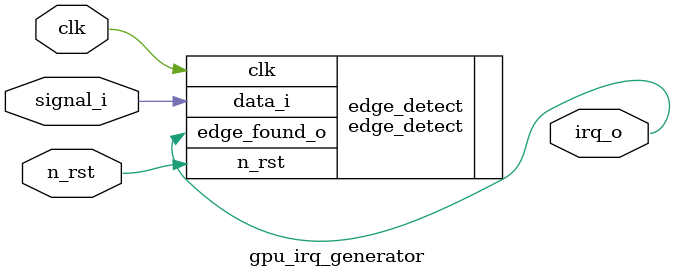
<source format=sv>

module gpu_irq_generator
  (
  input wire clk,
  input wire n_rst,
  input wire signal_i,
  output wire irq_o
  );
  
  // Currently, this is just a wrapper around an edge detector for a single signal. 
  // But this could be expanded in the future to generate IRQ pulses based on more complex conditions.
  
  edge_detect edge_detect(
    .clk(clk),
    .n_rst(n_rst),
    .data_i(signal_i),
    .edge_found_o(irq_o)
  );
  
endmodule

</source>
